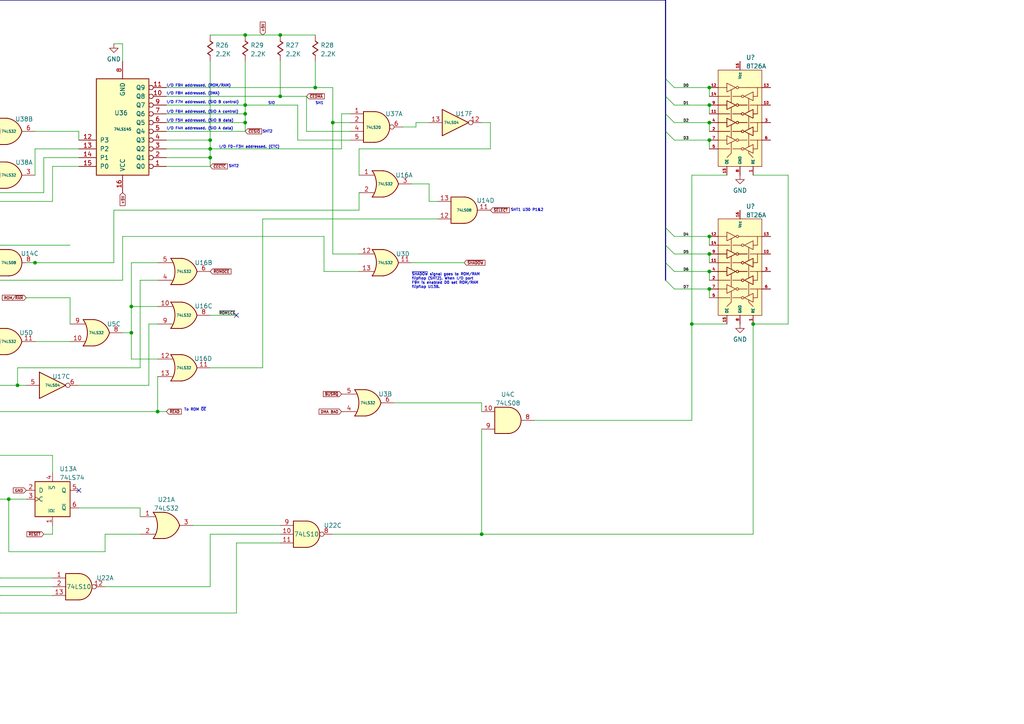
<source format=kicad_sch>
(kicad_sch (version 20211123) (generator eeschema)
  (paper "A4")
  (junction (at 38.1 96.52))
  (junction (at 60.96 45.72))
  (junction (at 205.74 78.74))
  (junction (at -50.8 0))
  (junction (at 10.16 76.2))
  (junction (at 71.12 10.16))
  (junction (at 200.66 93.98))
  (junction (at 205.74 30.48))
  (junction (at 71.12 35.56))
  (junction (at -10.16 40.64))
  (junction (at 96.52 35.56))
  (junction (at 71.12 33.02))
  (junction (at 91.44 25.4))
  (junction (at 2.54 144.78))
  (junction (at -27.94 78.74))
  (junction (at 60.96 40.64))
  (junction (at -5.08 81.28))
  (junction (at 139.7 154.94))
  (junction (at 60.96 43.18))
  (junction (at 38.1 88.9))
  (junction (at 205.74 35.56))
  (junction (at 205.74 25.4))
  (junction (at 81.28 10.16))
  (junction (at 205.74 68.58))
  (junction (at 45.72 119.38))
  (junction (at -5.08 71.12))
  (junction (at 205.74 73.66))
  (junction (at 81.28 27.94))
  (junction (at 205.74 83.82))
  (junction (at 205.74 40.64))
  (junction (at 5.08 111.76))
  (junction (at 71.12 30.48))
  (junction (at 218.44 93.98))
  (no_connect (at 22.86 142.24))
  (no_connect (at 68.58 91.44))
  (bus_entry (at -68.58 71.12) (size 2.54 -2.54))
  (bus_entry (at -68.58 58.42) (size 2.54 -2.54))
  (bus_entry (at 193.04 71.12) (size 2.54 2.54))
  (bus_entry (at 193.04 22.86) (size 2.54 2.54))
  (bus_entry (at 193.04 38.1) (size 2.54 2.54))
  (bus_entry (at -68.58 63.5) (size 2.54 -2.54))
  (bus_entry (at -66.04 30.48) (size -2.54 2.54))
  (bus_entry (at -66.04 33.02) (size -2.54 2.54))
  (bus_entry (at -68.58 101.6) (size 2.54 -2.54))
  (bus_entry (at -68.58 66.04) (size 2.54 -2.54))
  (bus_entry (at -68.58 104.14) (size 2.54 -2.54))
  (bus_entry (at -66.04 27.94) (size -2.54 2.54))
  (bus_entry (at -68.58 53.34) (size 2.54 -2.54))
  (bus_entry (at -68.58 86.36) (size 2.54 -2.54))
  (bus_entry (at 193.04 27.94) (size 2.54 2.54))
  (bus_entry (at -68.58 111.76) (size 2.54 -2.54))
  (bus_entry (at -66.04 43.18) (size -2.54 2.54))
  (bus_entry (at 193.04 81.28) (size 2.54 2.54))
  (bus_entry (at -68.58 76.2) (size 2.54 -2.54))
  (bus_entry (at -68.58 88.9) (size 2.54 -2.54))
  (bus_entry (at -68.58 73.66) (size 2.54 -2.54))
  (bus_entry (at -68.58 91.44) (size 2.54 -2.54))
  (bus_entry (at -68.58 68.58) (size 2.54 -2.54))
  (bus_entry (at -66.04 35.56) (size -2.54 2.54))
  (bus_entry (at -50.8 144.78) (size 2.54 2.54))
  (bus_entry (at -50.8 119.38) (size 2.54 2.54))
  (bus_entry (at -50.8 139.7) (size 2.54 2.54))
  (bus_entry (at -50.8 99.06) (size 2.54 2.54))
  (bus_entry (at -50.8 101.6) (size 2.54 2.54))
  (bus_entry (at -50.8 109.22) (size 2.54 2.54))
  (bus_entry (at -50.8 116.84) (size 2.54 2.54))
  (bus_entry (at -50.8 81.28) (size 2.54 2.54))
  (bus_entry (at -50.8 88.9) (size 2.54 2.54))
  (bus_entry (at -50.8 91.44) (size 2.54 2.54))
  (bus_entry (at -50.8 76.2) (size 2.54 2.54))
  (bus_entry (at -50.8 71.12) (size 2.54 2.54))
  (bus_entry (at -50.8 25.4) (size 2.54 2.54))
  (bus_entry (at -50.8 30.48) (size 2.54 2.54))
  (bus_entry (at -50.8 33.02) (size 2.54 2.54))
  (bus_entry (at -50.8 35.56) (size 2.54 2.54))
  (bus_entry (at -50.8 27.94) (size 2.54 2.54))
  (bus_entry (at -50.8 38.1) (size 2.54 2.54))
  (bus_entry (at -50.8 40.64) (size 2.54 2.54))
  (bus_entry (at -50.8 43.18) (size 2.54 2.54))
  (bus_entry (at -66.04 25.4) (size -2.54 2.54))
  (bus_entry (at -68.58 78.74) (size 2.54 -2.54))
  (bus_entry (at -68.58 109.22) (size 2.54 -2.54))
  (bus_entry (at -66.04 45.72) (size -2.54 2.54))
  (bus_entry (at -66.04 38.1) (size -2.54 2.54))
  (bus_entry (at -68.58 106.68) (size 2.54 -2.54))
  (bus_entry (at -68.58 114.3) (size 2.54 -2.54))
  (bus_entry (at -68.58 81.28) (size 2.54 -2.54))
  (bus_entry (at -68.58 99.06) (size 2.54 -2.54))
  (bus_entry (at -68.58 83.82) (size 2.54 -2.54))
  (bus_entry (at 193.04 33.02) (size 2.54 2.54))
  (bus_entry (at -68.58 55.88) (size 2.54 -2.54))
  (bus_entry (at -68.58 96.52) (size 2.54 -2.54))
  (bus_entry (at -68.58 60.96) (size 2.54 -2.54))
  (bus_entry (at 193.04 66.04) (size 2.54 2.54))
  (bus_entry (at -66.04 40.64) (size -2.54 2.54))
  (bus_entry (at 193.04 76.2) (size 2.54 2.54))
  (wire (pts (xy 205.74 30.48) (xy 205.74 33.02)))
  (wire (pts (xy 71.12 17.78) (xy 71.12 30.48)))
  (bus (pts (xy -66.04 58.42) (xy -66.04 60.96)))
  (wire (pts (xy 116.84 36.83) (xy 120.65 36.83)))
  (wire (pts (xy -7.62 101.6) (xy -7.62 104.14)))
  (wire (pts (xy -12.7 53.34) (xy -5.08 53.34)))
  (bus (pts (xy 193.04 66.04) (xy 193.04 71.12)))
  (wire (pts (xy -73.66 83.82) (xy -68.58 83.82)))
  (wire (pts (xy -33.02 73.66) (xy -33.02 68.58)))
  (wire (pts (xy 96.52 35.56) (xy 101.6 35.56)))
  (wire (pts (xy 38.1 88.9) (xy 45.72 88.9)))
  (wire (pts (xy 48.26 45.72) (xy 60.96 45.72)))
  (bus (pts (xy -66.04 60.96) (xy -66.04 63.5)))
  (wire (pts (xy 104.14 60.96) (xy 104.14 55.88)))
  (wire (pts (xy 48.26 48.26) (xy 60.96 48.26)))
  (wire (pts (xy 15.24 137.16) (xy 15.24 132.08)))
  (bus (pts (xy -66.04 86.36) (xy -66.04 88.9)))
  (wire (pts (xy 205.74 73.66) (xy 205.74 76.2)))
  (wire (pts (xy -73.66 91.44) (xy -68.58 91.44)))
  (bus (pts (xy -50.8 119.38) (xy -50.8 116.84)))
  (bus (pts (xy -50.8 38.1) (xy -50.8 35.56)))
  (bus (pts (xy -50.8 43.18) (xy -50.8 40.64)))
  (wire (pts (xy 195.58 68.58) (xy 205.74 68.58)))
  (wire (pts (xy -5.08 78.74) (xy -5.08 81.28)))
  (bus (pts (xy -50.8 101.6) (xy -50.8 99.06)))
  (wire (pts (xy -10.16 48.26) (xy -5.08 48.26)))
  (wire (pts (xy -35.56 35.56) (xy -30.48 35.56)))
  (bus (pts (xy -50.8 139.7) (xy -50.8 119.38)))
  (wire (pts (xy -48.26 119.38) (xy -27.94 119.38)))
  (wire (pts (xy 195.58 40.64) (xy 205.74 40.64)))
  (bus (pts (xy -66.04 66.04) (xy -66.04 68.58)))
  (wire (pts (xy -48.26 93.98) (xy -27.94 93.98)))
  (wire (pts (xy 12.7 45.72) (xy 22.86 45.72)))
  (wire (pts (xy -73.66 68.58) (xy -68.58 68.58)))
  (wire (pts (xy -12.7 81.28) (xy -5.08 81.28)))
  (wire (pts (xy 45.72 119.38) (xy 45.72 109.22)))
  (wire (pts (xy -68.58 38.1) (xy -83.82 38.1)))
  (wire (pts (xy 81.28 27.94) (xy 88.9 27.94)))
  (bus (pts (xy -66.04 106.68) (xy -66.04 109.22)))
  (wire (pts (xy -73.66 96.52) (xy -68.58 96.52)))
  (wire (pts (xy 40.64 81.28) (xy 40.64 106.68)))
  (wire (pts (xy 38.1 96.52) (xy 38.1 104.14)))
  (wire (pts (xy -68.58 33.02) (xy -83.82 33.02)))
  (wire (pts (xy 91.44 25.4) (xy 91.44 17.78)))
  (wire (pts (xy 10.16 99.06) (xy 20.32 99.06)))
  (wire (pts (xy 127 58.42) (xy 124.46 58.42)))
  (wire (pts (xy 195.58 30.48) (xy 205.74 30.48)))
  (bus (pts (xy -50.8 91.44) (xy -50.8 88.9)))
  (wire (pts (xy 96.52 154.94) (xy 139.7 154.94)))
  (wire (pts (xy -48.26 35.56) (xy -38.1 35.56)))
  (wire (pts (xy 12.7 154.94) (xy 15.24 154.94)))
  (bus (pts (xy -50.8 25.4) (xy -50.8 0)))
  (wire (pts (xy -12.7 71.12) (xy -5.08 71.12)))
  (bus (pts (xy -50.8 27.94) (xy -50.8 25.4)))
  (wire (pts (xy 40.64 81.28) (xy 45.72 81.28)))
  (wire (pts (xy 48.26 38.1) (xy 71.12 38.1)))
  (wire (pts (xy 139.7 154.94) (xy 139.7 124.46)))
  (wire (pts (xy 33.02 76.2) (xy 33.02 60.96)))
  (wire (pts (xy 7.62 86.36) (xy 20.32 86.36)))
  (wire (pts (xy -73.66 111.76) (xy -68.58 111.76)))
  (wire (pts (xy -12.7 93.98) (xy -7.62 93.98)))
  (wire (pts (xy 10.16 76.2) (xy 33.02 76.2)))
  (bus (pts (xy -66.04 63.5) (xy -66.04 66.04)))
  (wire (pts (xy 93.98 78.74) (xy 104.14 78.74)))
  (wire (pts (xy 101.6 40.64) (xy 86.36 40.64)))
  (wire (pts (xy 200.66 121.92) (xy 200.66 93.98)))
  (wire (pts (xy 139.7 35.56) (xy 142.24 35.56)))
  (bus (pts (xy -66.04 33.02) (xy -66.04 30.48)))
  (bus (pts (xy -50.8 81.28) (xy -50.8 76.2)))
  (wire (pts (xy 218.44 93.98) (xy 218.44 154.94)))
  (wire (pts (xy 228.6 50.8) (xy 228.6 93.98)))
  (wire (pts (xy -73.66 88.9) (xy -68.58 88.9)))
  (wire (pts (xy 0 170.18) (xy 15.24 170.18)))
  (wire (pts (xy -68.58 27.94) (xy -83.82 27.94)))
  (wire (pts (xy -48.26 40.64) (xy -12.7 40.64)))
  (wire (pts (xy 71.12 30.48) (xy 71.12 33.02)))
  (wire (pts (xy 10.16 38.1) (xy 22.86 38.1)))
  (wire (pts (xy 86.36 40.64) (xy 86.36 30.48)))
  (wire (pts (xy -17.78 58.42) (xy 15.24 58.42)))
  (wire (pts (xy -48.26 83.82) (xy -27.94 83.82)))
  (wire (pts (xy 71.12 33.02) (xy 71.12 35.56)))
  (wire (pts (xy 48.26 35.56) (xy 71.12 35.56)))
  (bus (pts (xy 193.04 27.94) (xy 193.04 33.02)))
  (wire (pts (xy 35.56 12.7) (xy 35.56 17.78)))
  (bus (pts (xy -66.04 45.72) (xy -66.04 50.8)))
  (wire (pts (xy 88.9 38.1) (xy 88.9 27.94)))
  (wire (pts (xy -38.1 35.56) (xy -38.1 25.4)))
  (wire (pts (xy 68.58 157.48) (xy 68.58 177.8)))
  (bus (pts (xy -66.04 50.8) (xy -66.04 53.34)))
  (wire (pts (xy -48.26 147.32) (xy -27.94 147.32)))
  (wire (pts (xy 35.56 68.58) (xy 93.98 68.58)))
  (wire (pts (xy -7.62 104.14) (xy -12.7 104.14)))
  (wire (pts (xy 48.26 43.18) (xy 60.96 43.18)))
  (wire (pts (xy -48.26 45.72) (xy -17.78 45.72)))
  (bus (pts (xy -66.04 81.28) (xy -66.04 83.82)))
  (wire (pts (xy 0 167.64) (xy 15.24 167.64)))
  (bus (pts (xy -66.04 35.56) (xy -66.04 33.02)))
  (wire (pts (xy -73.66 114.3) (xy -68.58 114.3)))
  (wire (pts (xy -5.08 71.12) (xy -5.08 73.66)))
  (wire (pts (xy 2.54 160.02) (xy 30.48 160.02)))
  (wire (pts (xy 35.56 96.52) (xy 38.1 96.52)))
  (wire (pts (xy -5.08 101.6) (xy -7.62 101.6)))
  (wire (pts (xy 96.52 25.4) (xy 91.44 25.4)))
  (wire (pts (xy 218.44 50.8) (xy 228.6 50.8)))
  (wire (pts (xy -5.08 132.08) (xy 15.24 132.08)))
  (wire (pts (xy -27.94 93.98) (xy -27.94 96.52)))
  (wire (pts (xy -68.58 35.56) (xy -83.82 35.56)))
  (wire (pts (xy 195.58 83.82) (xy 205.74 83.82)))
  (wire (pts (xy 33.02 60.96) (xy 104.14 60.96)))
  (wire (pts (xy 71.12 10.16) (xy 81.28 10.16)))
  (wire (pts (xy -73.66 66.04) (xy -68.58 66.04)))
  (wire (pts (xy -27.94 119.38) (xy -27.94 116.84)))
  (wire (pts (xy -30.48 25.4) (xy -30.48 27.94)))
  (bus (pts (xy -50.8 33.02) (xy -50.8 30.48)))
  (bus (pts (xy -66.04 99.06) (xy -66.04 101.6)))
  (bus (pts (xy -50.8 88.9) (xy -50.8 81.28)))
  (wire (pts (xy -73.66 53.34) (xy -68.58 53.34)))
  (wire (pts (xy 104.14 43.18) (xy 104.14 50.8)))
  (wire (pts (xy 7.62 76.2) (xy 10.16 76.2)))
  (bus (pts (xy 193.04 22.86) (xy 193.04 27.94)))
  (wire (pts (xy -10.16 40.64) (xy -5.08 40.64)))
  (wire (pts (xy -68.58 45.72) (xy -83.82 45.72)))
  (wire (pts (xy -73.66 71.12) (xy -68.58 71.12)))
  (bus (pts (xy -66.04 53.34) (xy -66.04 55.88)))
  (wire (pts (xy 93.98 68.58) (xy 93.98 78.74)))
  (wire (pts (xy 5.08 111.76) (xy 5.08 106.68)))
  (wire (pts (xy -38.1 25.4) (xy -30.48 25.4)))
  (wire (pts (xy 60.96 43.18) (xy 99.06 43.18)))
  (wire (pts (xy 5.08 106.68) (xy 40.64 106.68)))
  (wire (pts (xy -15.24 43.18) (xy -15.24 55.88)))
  (bus (pts (xy -50.8 40.64) (xy -50.8 38.1)))
  (wire (pts (xy 38.1 76.2) (xy 45.72 76.2)))
  (wire (pts (xy 60.96 106.68) (xy 76.2 106.68)))
  (wire (pts (xy 5.08 111.76) (xy 7.62 111.76)))
  (bus (pts (xy -50.8 35.56) (xy -50.8 33.02)))
  (wire (pts (xy 76.2 63.5) (xy 127 63.5)))
  (wire (pts (xy -5.08 81.28) (xy 35.56 81.28)))
  (wire (pts (xy 139.7 116.84) (xy 139.7 119.38)))
  (wire (pts (xy 10.16 43.18) (xy 22.86 43.18)))
  (bus (pts (xy -66.04 76.2) (xy -66.04 78.74)))
  (wire (pts (xy -116.84 129.54) (xy -116.84 127)))
  (wire (pts (xy 195.58 78.74) (xy 205.74 78.74)))
  (wire (pts (xy -73.66 86.36) (xy -68.58 86.36)))
  (bus (pts (xy -50.8 76.2) (xy -50.8 71.12)))
  (bus (pts (xy -66.04 40.64) (xy -66.04 43.18)))
  (wire (pts (xy -73.66 60.96) (xy -68.58 60.96)))
  (wire (pts (xy 96.52 73.66) (xy 104.14 73.66)))
  (bus (pts (xy -66.04 101.6) (xy -66.04 104.14)))
  (wire (pts (xy 45.72 119.38) (xy 48.26 119.38)))
  (wire (pts (xy 119.38 76.2) (xy 134.62 76.2)))
  (wire (pts (xy 48.26 27.94) (xy 81.28 27.94)))
  (wire (pts (xy -48.26 142.24) (xy -27.94 142.24)))
  (wire (pts (xy -48.26 101.6) (xy -27.94 101.6)))
  (wire (pts (xy 81.28 10.16) (xy 91.44 10.16)))
  (wire (pts (xy -15.24 31.75) (xy -10.16 31.75)))
  (wire (pts (xy -116.84 104.14) (xy -116.84 106.68)))
  (wire (pts (xy 195.58 73.66) (xy 205.74 73.66)))
  (wire (pts (xy 200.66 50.8) (xy 200.66 93.98)))
  (wire (pts (xy -10.16 31.75) (xy -10.16 40.64)))
  (wire (pts (xy -15.24 55.88) (xy 12.7 55.88)))
  (wire (pts (xy 48.26 33.02) (xy 71.12 33.02)))
  (wire (pts (xy 22.86 38.1) (xy 22.86 40.64)))
  (wire (pts (xy 205.74 25.4) (xy 205.74 27.94)))
  (bus (pts (xy -50.8 30.48) (xy -50.8 27.94)))
  (wire (pts (xy 205.74 35.56) (xy 205.74 38.1)))
  (wire (pts (xy 2.54 144.78) (xy 2.54 160.02)))
  (bus (pts (xy -50.8 99.06) (xy -50.8 91.44)))
  (wire (pts (xy -73.66 63.5) (xy -68.58 63.5)))
  (wire (pts (xy 114.3 116.84) (xy 139.7 116.84)))
  (wire (pts (xy 96.52 25.4) (xy 96.52 35.56)))
  (wire (pts (xy 60.96 170.18) (xy 60.96 154.94)))
  (wire (pts (xy 124.46 58.42) (xy 124.46 53.34)))
  (wire (pts (xy 60.96 17.78) (xy 60.96 40.64)))
  (wire (pts (xy -73.66 78.74) (xy -68.58 78.74)))
  (wire (pts (xy -48.26 73.66) (xy -33.02 73.66)))
  (wire (pts (xy 43.18 93.98) (xy 45.72 93.98)))
  (bus (pts (xy 193.04 38.1) (xy 193.04 66.04)))
  (wire (pts (xy 22.86 111.76) (xy 43.18 111.76)))
  (wire (pts (xy 195.58 35.56) (xy 205.74 35.56)))
  (wire (pts (xy -33.02 27.94) (xy -33.02 30.48)))
  (wire (pts (xy -33.02 68.58) (xy -27.94 68.58)))
  (wire (pts (xy -48.26 104.14) (xy -27.94 104.14)))
  (wire (pts (xy -27.94 104.14) (xy -27.94 106.68)))
  (wire (pts (xy -73.66 99.06) (xy -68.58 99.06)))
  (wire (pts (xy 101.6 38.1) (xy 88.9 38.1)))
  (bus (pts (xy -66.04 93.98) (xy -66.04 96.52)))
  (wire (pts (xy -10.16 40.64) (xy -10.16 48.26)))
  (bus (pts (xy 193.04 71.12) (xy 193.04 76.2)))
  (wire (pts (xy -48.26 38.1) (xy -5.08 38.1)))
  (bus (pts (xy -66.04 0) (xy -50.8 0)))
  (bus (pts (xy -66.04 55.88) (xy -66.04 58.42)))
  (wire (pts (xy 101.6 33.02) (xy 99.06 33.02)))
  (bus (pts (xy -66.04 78.74) (xy -66.04 81.28)))
  (wire (pts (xy -73.66 73.66) (xy -68.58 73.66)))
  (wire (pts (xy 86.36 30.48) (xy 71.12 30.48)))
  (wire (pts (xy 99.06 33.02) (xy 99.06 43.18)))
  (wire (pts (xy -73.66 101.6) (xy -68.58 101.6)))
  (wire (pts (xy 205.74 78.74) (xy 205.74 81.28)))
  (wire (pts (xy -17.78 45.72) (xy -17.78 58.42)))
  (bus (pts (xy 193.04 76.2) (xy 193.04 81.28)))
  (wire (pts (xy -68.58 40.64) (xy -83.82 40.64)))
  (bus (pts (xy -66.04 38.1) (xy -66.04 40.64)))
  (bus (pts (xy -66.04 25.4) (xy -66.04 0)))
  (bus (pts (xy -50.8 144.78) (xy -50.8 139.7)))
  (bus (pts (xy -66.04 73.66) (xy -66.04 76.2)))
  (wire (pts (xy 60.96 154.94) (xy 81.28 154.94)))
  (wire (pts (xy 96.52 35.56) (xy 96.52 73.66)))
  (wire (pts (xy -5.08 35.56) (xy -5.08 38.1)))
  (wire (pts (xy 60.96 10.16) (xy 71.12 10.16)))
  (wire (pts (xy 15.24 48.26) (xy 22.86 48.26)))
  (wire (pts (xy -73.66 109.22) (xy -68.58 109.22)))
  (wire (pts (xy -12.7 144.78) (xy 2.54 144.78)))
  (wire (pts (xy -48.26 78.74) (xy -27.94 78.74)))
  (wire (pts (xy 71.12 35.56) (xy 71.12 38.1)))
  (wire (pts (xy 120.65 35.56) (xy 124.46 35.56)))
  (wire (pts (xy 119.38 53.34) (xy 124.46 53.34)))
  (bus (pts (xy -50.8 71.12) (xy -50.8 43.18)))
  (wire (pts (xy 20.32 93.98) (xy 20.32 86.36)))
  (bus (pts (xy -66.04 83.82) (xy -66.04 86.36)))
  (bus (pts (xy -66.04 30.48) (xy -66.04 27.94)))
  (wire (pts (xy 139.7 154.94) (xy 218.44 154.94)))
  (wire (pts (xy 81.28 157.48) (xy 68.58 157.48)))
  (wire (pts (xy -7.62 93.98) (xy -7.62 96.52)))
  (wire (pts (xy 60.96 40.64) (xy 60.96 43.18)))
  (wire (pts (xy -68.58 43.18) (xy -83.82 43.18)))
  (wire (pts (xy -73.66 55.88) (xy -68.58 55.88)))
  (wire (pts (xy -48.26 30.48) (xy -35.56 30.48)))
  (wire (pts (xy 40.64 147.32) (xy 40.64 149.86)))
  (wire (pts (xy -68.58 30.48) (xy -83.82 30.48)))
  (wire (pts (xy 104.14 43.18) (xy 142.24 43.18)))
  (wire (pts (xy 0 177.8) (xy 68.58 177.8)))
  (wire (pts (xy 48.26 30.48) (xy 71.12 30.48)))
  (wire (pts (xy 15.24 58.42) (xy 15.24 48.26)))
  (wire (pts (xy 35.56 81.28) (xy 35.56 68.58)))
  (wire (pts (xy -12.7 40.64) (xy -12.7 53.34)))
  (wire (pts (xy 205.74 83.82) (xy 205.74 86.36)))
  (wire (pts (xy -5.08 71.12) (xy 20.32 71.12)))
  (wire (pts (xy 205.74 68.58) (xy 205.74 71.12)))
  (wire (pts (xy -48.26 43.18) (xy -15.24 43.18)))
  (bus (pts (xy -66.04 71.12) (xy -66.04 73.66)))
  (wire (pts (xy 76.2 106.68) (xy 76.2 63.5)))
  (wire (pts (xy -48.26 27.94) (xy -33.02 27.94)))
  (wire (pts (xy 22.86 147.32) (xy 40.64 147.32)))
  (wire (pts (xy 81.28 17.78) (xy 81.28 27.94)))
  (bus (pts (xy -66.04 38.1) (xy -66.04 35.56)))
  (wire (pts (xy 40.64 154.94) (xy 30.48 154.94)))
  (wire (pts (xy -27.94 73.66) (xy -27.94 78.74)))
  (bus (pts (xy 193.04 0) (xy 193.04 22.86)))
  (bus (pts (xy -66.04 96.52) (xy -66.04 99.06)))
  (wire (pts (xy -12.7 119.38) (xy 45.72 119.38)))
  (wire (pts (xy -48.26 111.76) (xy 5.08 111.76)))
  (wire (pts (xy 154.94 121.92) (xy 200.66 121.92)))
  (wire (pts (xy -48.26 91.44) (xy -27.94 91.44)))
  (bus (pts (xy -66.04 88.9) (xy -66.04 93.98)))
  (wire (pts (xy -7.62 96.52) (xy -5.08 96.52)))
  (wire (pts (xy -73.66 81.28) (xy -68.58 81.28)))
  (bus (pts (xy -66.04 45.72) (xy -66.04 43.18)))
  (wire (pts (xy -35.56 30.48) (xy -35.56 35.56)))
  (wire (pts (xy 38.1 88.9) (xy 38.1 76.2)))
  (wire (pts (xy -73.66 106.68) (xy -68.58 106.68)))
  (wire (pts (xy -73.66 58.42) (xy -68.58 58.42)))
  (wire (pts (xy 200.66 93.98) (xy 210.82 93.98)))
  (bus (pts (xy 193.04 33.02) (xy 193.04 38.1)))
  (wire (pts (xy 38.1 96.52) (xy 38.1 88.9)))
  (bus (pts (xy -66.04 27.94) (xy -66.04 25.4)))
  (wire (pts (xy 15.24 152.4) (xy 15.24 154.94)))
  (wire (pts (xy -73.66 104.14) (xy -68.58 104.14)))
  (wire (pts (xy 205.74 40.64) (xy 205.74 43.18)))
  (wire (pts (xy 120.65 36.83) (xy 120.65 35.56)))
  (wire (pts (xy -48.26 33.02) (xy -30.48 33.02)))
  (wire (pts (xy 48.26 40.64) (xy 60.96 40.64)))
  (bus (pts (xy -50.8 109.22) (xy -50.8 101.6)))
  (wire (pts (xy 60.96 45.72) (xy 60.96 48.26)))
  (wire (pts (xy 210.82 50.8) (xy 200.66 50.8)))
  (bus (pts (xy -66.04 104.14) (xy -66.04 106.68)))
  (wire (pts (xy 0 172.72) (xy 15.24 172.72)))
  (wire (pts (xy 33.02 12.7) (xy 35.56 12.7)))
  (bus (pts (xy -50.8 116.84) (xy -50.8 109.22)))
  (wire (pts (xy -33.02 30.48) (xy -30.48 30.48)))
  (wire (pts (xy 142.24 35.56) (xy 142.24 43.18)))
  (wire (pts (xy 38.1 104.14) (xy 45.72 104.14)))
  (bus (pts (xy -66.04 109.22) (xy -66.04 111.76)))
  (wire (pts (xy 60.96 43.18) (xy 60.96 45.72)))
  (wire (pts (xy 30.48 154.94) (xy 30.48 160.02)))
  (wire (pts (xy -48.26 121.92) (xy -27.94 121.92)))
  (wire (pts (xy 43.18 111.76) (xy 43.18 93.98)))
  (wire (pts (xy 60.96 91.44) (xy 68.58 91.44)))
  (wire (pts (xy -68.58 48.26) (xy -83.82 48.26)))
  (wire (pts (xy 48.26 25.4) (xy 91.44 25.4)))
  (bus (pts (xy -50.8 0) (xy 193.04 0)))
  (wire (pts (xy 55.88 152.4) (xy 81.28 152.4)))
  (wire (pts (xy 195.58 25.4) (xy 205.74 25.4)))
  (wire (pts (xy -73.66 76.2) (xy -68.58 76.2)))
  (wire (pts (xy 12.7 55.88) (xy 12.7 45.72)))
  (bus (pts (xy -66.04 68.58) (xy -66.04 71.12)))
  (wire (pts (xy 2.54 144.78) (xy 7.62 144.78)))
  (wire (pts (xy 30.48 170.18) (xy 60.96 170.18)))
  (wire (pts (xy 228.6 93.98) (xy 218.44 93.98)))
  (wire (pts (xy 10.16 50.8) (xy 10.16 43.18)))
  (text "SHT1 U30 P1&2" (at 148.082 61.468 0) (effects (font (size 0.762 0.762)) (justify left bottom)))
  (text "SIO" (at 77.724 30.48 0) (effects (font (size 0.762 0.762)) (justify left bottom)))
  (text "~{SHADOW} signal goes to ROM/RAM\nflipflop (SHT2). When I/O port\nF9H is enabled D0 set ROM/RAM\nflipflop U13B." (at 119.38 83.82 0) (effects (font (size 0.762 0.762)) (justify left bottom)))
  (text "I/O F0-F3H addressed. (CTC)" (at 63.5 43.18 0) (effects (font (size 0.762 0.762)) (justify left bottom)))
  (text "I/O F5H addressed. (SIO B data)" (at 48.26 35.56 0) (effects (font (size 0.762 0.762)) (justify left bottom)))
  (text "I/O F7H addressed. (SIO B control)" (at 48.26 30.226 0) (effects (font (size 0.762 0.762)) (justify left bottom)))
  (text "SHT2" (at 76.073 38.735 0) (effects (font (size 0.762 0.762)) (justify left bottom)))
  (text "SH1" (at 91.44 30.48 0) (effects (font (size 0.762 0.762)) (justify left bottom)))
  (text "SHT1" (at -12.7 132.08 0) (effects (font (size 0.762 0.762)) (justify left bottom)))
  (text "I/O F4H addressed. (SIO A data)" (at 48.26 37.846 0) (effects (font (size 0.762 0.762)) (justify left bottom)))
  (text "I/O F8H addressed. (DMA)" (at 48.26 27.686 0) (effects (font (size 0.762 0.762)) (justify left bottom)))
  (text "To ROM ~{OE}" (at 53.34 119.38 0) (effects (font (size 0.762 0.762)) (justify left bottom)))
  (text "SHT2" (at 66.294 48.768 0) (effects (font (size 0.762 0.762)) (justify left bottom)))
  (text "I/O F6H addressed. (SIO A control)" (at 48.26 33.02 0) (effects (font (size 0.762 0.762)) (justify left bottom)))
  (text "I/O F9H addressed. (ROM/RAM)" (at 48.26 25.4 0) (effects (font (size 0.762 0.762)) (justify left bottom)))
  (text "~{READ}" (at -6.604 118.999 0) (effects (font (size 0.762 0.762)) (justify left bottom)))
  (label "A12" (at -45.72 104.14 0) (effects (font (size 0.762 0.762))))
  (label "D4" (at -71.12 106.68 0) (effects (font (size 0.762 0.762))))
  (label "D7" (at 198.12 83.82 0) (effects (font (size 0.762 0.762))))
  (label "A4" (at -71.12 63.5 0) (effects (font (size 0.762 0.762))))
  (label "~{RD}" (at -78.74 35.56 180) (effects (font (size 0.762 0.762))))
  (label "D6" (at -71.12 111.76 0) (effects (font (size 0.762 0.762))))
  (label "~{RD}" (at -45.72 73.66 0) (effects (font (size 0.762 0.762))))
  (label "D5" (at -71.12 109.22 0) (effects (font (size 0.762 0.762))))
  (label "D0" (at 198.12 25.4 0) (effects (font (size 0.762 0.762))))
  (label "A2" (at -45.72 40.64 0) (effects (font (size 0.762 0.762))))
  (label "A1" (at -71.12 55.88 0) (effects (font (size 0.762 0.762))))
  (label "A0" (at -45.72 45.72 0) (effects (font (size 0.762 0.762))))
  (label "A1" (at -45.72 43.18 0) (effects (font (size 0.762 0.762))))
  (label "A15" (at -45.72 91.44 0) (effects (font (size 0.762 0.762))))
  (label "A0" (at -71.12 53.34 0) (effects (font (size 0.762 0.762))))
  (label "~{IORQ}" (at -45.72 78.74 0) (effects (font (size 0.762 0.762))))
  (label "A15" (at -71.12 91.44 0) (effects (font (size 0.762 0.762))))
  (label "A5" (at -45.72 33.02 0) (effects (font (size 0.762 0.762))))
  (label "A4" (at -45.72 35.56 0) (effects (font (size 0.762 0.762))))
  (label "A8" (at -71.12 73.66 0) (effects (font (size 0.762 0.762))))
  (label "D7" (at -71.12 114.3 0) (effects (font (size 0.762 0.762))))
  (label "~{M1}" (at -45.72 142.24 0) (effects (font (size 0.762 0.762))))
  (label "~{MREQ}" (at -45.72 121.92 0) (effects (font (size 0.762 0.762))))
  (label "A12" (at -71.12 83.82 0) (effects (font (size 0.762 0.762))))
  (label "~{IORQ}" (at -78.74 33.02 180) (effects (font (size 0.762 0.762))))
  (label "~{RFSH}" (at -81.28 40.64 0) (effects (font (size 0.762 0.762))))
  (label "A13" (at -71.12 86.36 0) (effects (font (size 0.762 0.762))))
  (label "D4" (at 198.12 68.58 0) (effects (font (size 0.762 0.762))))
  (label "A7" (at -71.12 71.12 0) (effects (font (size 0.762 0.762))))
  (label "A11" (at -71.12 81.28 0) (effects (font (size 0.762 0.762))))
  (label "~{IORQ}" (at -45.72 147.32 0) (effects (font (size 0.762 0.762))))
  (label "D0" (at -71.12 96.52 0) (effects (font (size 0.762 0.762))))
  (label "~{M1}" (at -78.74 27.94 180) (effects (font (size 0.762 0.762))))
  (label "~{RD}" (at -45.72 119.38 0) (effects (font (size 0.762 0.762))))
  (label "A2" (at -71.12 58.42 0) (effects (font (size 0.762 0.762))))
  (label "A3" (at -71.12 60.96 0) (effects (font (size 0.762 0.762))))
  (label "~{MREQ}" (at -78.74 30.48 180) (effects (font (size 0.762 0.762))))
  (label "A7" (at -45.72 27.94 0) (effects (font (size 0.762 0.762))))
  (label "A14" (at -71.12 88.9 0) (effects (font (size 0.762 0.762))))
  (label "D2" (at -71.12 101.6 0) (effects (font (size 0.762 0.762))))
  (label "A13" (at -45.72 101.6 0) (effects (font (size 0.762 0.762))))
  (label "~{WR}" (at -78.74 38.1 180) (effects (font (size 0.762 0.762))))
  (label "A10" (at -71.12 78.74 0) (effects (font (size 0.762 0.762))))
  (label "~{BUSACK}" (at -78.74 45.72 180) (effects (font (size 0.762 0.762))))
  (label "D2" (at 198.12 35.56 0) (effects (font (size 0.762 0.762))))
  (label "A6" (at -45.72 30.48 0) (effects (font (size 0.762 0.762))))
  (label "A9" (at -71.12 76.2 0) (effects (font (size 0.762 0.762))))
  (label "A6" (at -71.12 68.58 0) (effects (font (size 0.762 0.762))))
  (label "D1" (at 198.12 30.48 0) (effects (font (size 0.762 0.762))))
  (label "D3" (at 198.12 40.64 0) (effects (font (size 0.762 0.762))))
  (label "D3" (at -71.12 104.14 0) (effects (font (size 0.762 0.762))))
  (label "~{ROM1CE}" (at 63.5 91.44 0) (effects (font (size 0.762 0.762))))
  (label "A5" (at -71.12 66.04 0) (effects (font (size 0.762 0.762))))
  (label "A14" (at -45.72 93.98 0) (effects (font (size 0.762 0.762))))
  (label "A11" (at -45.72 111.76 0) (effects (font (size 0.762 0.762))))
  (label "D5" (at 198.12 73.66 0) (effects (font (size 0.762 0.762))))
  (label "A3" (at -45.72 38.1 0) (effects (font (size 0.762 0.762))))
  (label "~{WR}" (at -45.72 83.82 0) (effects (font (size 0.762 0.762))))
  (label "D1" (at -71.12 99.06 0) (effects (font (size 0.762 0.762))))
  (label "D6" (at 198.12 78.74 0) (effects (font (size 0.762 0.762))))
  (label "~{RESET}" (at -78.74 43.18 180) (effects (font (size 0.762 0.762))))
  (label "CLK" (at -78.74 48.26 180) (effects (font (size 0.762 0.762))))
  (global_label "~{RESET}" (shape input) (at 12.7 154.94 180) (effects (font (size 0.762 0.762))) (property "Intersheet References" "${INTERSHEET_REFS}" (effects hide)))
  (global_label "+5V" (shape input) (at -162.56 104.14 90) (effects (font (size 0.762 0.762))) (property "Intersheet References" "${INTERSHEET_REFS}" (effects hide)))
  (global_label "~{READ}" (shape input) (at 0 167.64 180) (effects (font (size 0.762 0.762))) (property "Intersheet References" "${INTERSHEET_REFS}" (effects hide)))
  (global_label "D1" (shape input) (at -73.66 99.06 180) (effects (font (size 0.762 0.762))) (property "Intersheet References" "${INTERSHEET_REFS}" (effects hide)))
  (global_label "~{CESIO}" (shape input) (at 71.12 38.1 0) (effects (font (size 0.762 0.762))) (property "Intersheet References" "${INTERSHEET_REFS}" (effects hide)))
  (global_label "~{CEDMA}" (shape input) (at 88.9 27.94 0) (effects (font (size 0.762 0.762))) (property "Intersheet References" "${INTERSHEET_REFS}" (effects hide)))
  (global_label "~{SHADOW}" (shape input) (at 134.62 76.2 0) (effects (font (size 0.762 0.762))) (property "Intersheet References" "${INTERSHEET_REFS}" (effects hide)))
  (global_label "~{RESET}" (shape input) (at -83.82 43.18 180) (effects (font (size 0.762 0.762))) (property "Intersheet References" "${INTERSHEET_REFS}" (effects hide)))
  (global_label "A2" (shape input) (at -73.66 58.42 180) (effects (font (size 0.762 0.762))) (property "Intersheet References" "${INTERSHEET_REFS}" (effects hide)))
  (global_label "D5" (shape input) (at -73.66 109.22 180) (effects (font (size 0.762 0.762))) (property "Intersheet References" "${INTERSHEET_REFS}" (effects hide)))
  (global_label "~{BUSACK}" (shape input) (at -83.82 45.72 180) (effects (font (size 0.762 0.762))) (property "Intersheet References" "${INTERSHEET_REFS}" (effects hide)))
  (global_label "D2" (shape input) (at -73.66 101.6 180) (effects (font (size 0.762 0.762))) (property "Intersheet References" "${INTERSHEET_REFS}" (effects hide)))
  (global_label "A1" (shape input) (at -73.66 55.88 180) (effects (font (size 0.762 0.762))) (property "Intersheet References" "${INTERSHEET_REFS}" (effects hide)))
  (global_label "~{WR}" (shape input) (at -83.82 38.1 180) (effects (font (size 0.762 0.762))) (property "Intersheet References" "${INTERSHEET_REFS}" (effects hide)))
  (global_label "~{ROM0CE}" (shape input) (at 60.96 78.74 0) (effects (font (size 0.762 0.762))) (property "Intersheet References" "${INTERSHEET_REFS}" (effects hide)))
  (global_label "+5V" (shape input) (at 35.56 55.88 270) (effects (font (size 0.762 0.762))) (property "Intersheet References" "${INTERSHEET_REFS}" (effects hide)))
  (global_label "+5V" (shape input) (at -137.16 147.32 90) (effects (font (size 0.762 0.762))) (property "Intersheet References" "${INTERSHEET_REFS}" (effects hide)))
  (global_label "~{SELECT}" (shape input) (at 0 177.8 180) (effects (font (size 0.762 0.762))) (property "Intersheet References" "${INTERSHEET_REFS}" (effects hide)))
  (global_label "A11" (shape input) (at -73.66 81.28 180) (effects (font (size 0.762 0.762))) (property "Intersheet References" "${INTERSHEET_REFS}" (effects hide)))
  (global_label "+5V" (shape input) (at -139.7 104.14 90) (effects (font (size 0.762 0.762))) (property "Intersheet References" "${INTERSHEET_REFS}" (effects hide)))
  (global_label "+5V" (shape input) (at -162.56 66.04 90) (effects (font (size 0.762 0.762))) (property "Intersheet References" "${INTERSHEET_REFS}" (effects hide)))
  (global_label "D3" (shape input) (at -73.66 104.14 180) (effects (font (size 0.762 0.762))) (property "Intersheet References" "${INTERSHEET_REFS}" (effects hide)))
  (global_label "D6" (shape input) (at -73.66 111.76 180) (effects (font (size 0.762 0.762))) (property "Intersheet References" "${INTERSHEET_REFS}" (effects hide)))
  (global_label "D0" (shape input) (at -73.66 96.52 180) (effects (font (size 0.762 0.762))) (property "Intersheet References" "${INTERSHEET_REFS}" (effects hide)))
  (global_label "A14" (shape input) (at -73.66 88.9 180) (effects (font (size 0.762 0.762))) (property "Intersheet References" "${INTERSHEET_REFS}" (effects hide)))
  (global_label "~{RD}" (shape input) (at -83.82 35.56 180) (effects (font (size 0.762 0.762))) (property "Intersheet References" "${INTERSHEET_REFS}" (effects hide)))
  (global_label "~{RFSH}" (shape input) (at -83.82 40.64 180) (effects (font (size 0.762 0.762))) (property "Intersheet References" "${INTERSHEET_REFS}" (effects hide)))
  (global_label "~{IN}" (shape input) (at 0 172.72 180) (effects (font (size 0.762 0.762))) (property "Intersheet References" "${INTERSHEET_REFS}" (effects hide)))
  (global_label "GND" (shape input) (at 7.62 142.24 180) (effects (font (size 0.762 0.762))) (property "Intersheet References" "${INTERSHEET_REFS}" (effects hide)))
  (global_label "+5V" (shape input) (at 76.2 10.16 90) (effects (font (size 0.762 0.762))) (property "Intersheet References" "${INTERSHEET_REFS}" (effects hide)))
  (global_label "~{M1}" (shape input) (at -83.82 27.94 180) (effects (font (size 0.762 0.762))) (property "Intersheet References" "${INTERSHEET_REFS}" (effects hide)))
  (global_label "A9" (shape input) (at -73.66 76.2 180) (effects (font (size 0.762 0.762))) (property "Intersheet References" "${INTERSHEET_REFS}" (effects hide)))
  (global_label "A4" (shape input) (at -73.66 63.5 180) (effects (font (size 0.762 0.762))) (property "Intersheet References" "${INTERSHEET_REFS}" (effects hide)))
  (global_label "+5V" (shape input) (at -116.84 104.14 90) (effects (font (size 0.762 0.762))) (property "Intersheet References" "${INTERSHEET_REFS}" (effects hide)))
  (global_label "+5V" (shape input) (at -139.7 66.04 90) (effects (font (size 0.762 0.762))) (property "Intersheet References" "${INTERSHEET_REFS}" (effects hide)))
  (global_label "A8" (shape input) (at -73.66 73.66 180) (effects (font (size 0.762 0.762))) (property "Intersheet References" "${INTERSHEET_REFS}" (effects hide)))
  (global_label "~{MREQ}" (shape input) (at -83.82 30.48 180) (effects (font (size 0.762 0.762))) (property "Intersheet References" "${INTERSHEET_REFS}" (effects hide)))
  (global_label "~{BUSRQ}" (shape input) (at 99.06 114.3 180) (effects (font (size 0.762 0.762))) (property "Intersheet References" "${INTERSHEET_REFS}" (effects hide)))
  (global_label "A3" (shape input) (at -73.66 60.96 180) (effects (font (size 0.762 0.762))) (property "Intersheet References" "${INTERSHEET_REFS}" (effects hide)))
  (global_label "+5V" (shape input) (at -162.56 147.32 90) (effects (font (size 0.762 0.762))) (property "Intersheet References" "${INTERSHEET_REFS}" (effects hide)))
  (global_label "A15" (shape input) (at -73.66 91.44 180) (effects (font (size 0.762 0.762))) (property "Intersheet References" "${INTERSHEET_REFS}" (effects hide)))
  (global_label "A5" (shape input) (at -73.66 66.04 180) (effects (font (size 0.762 0.762))) (property "Intersheet References" "${INTERSHEET_REFS}" (effects hide)))
  (global_label "D4" (shape input) (at -73.66 106.68 180) (effects (font (size 0.762 0.762))) (property "Intersheet References" "${INTERSHEET_REFS}" (effects hide)))
  (global_label "A6" (shape input) (at -73.66 68.58 180) (effects (font (size 0.762 0.762))) (property "Intersheet References" "${INTERSHEET_REFS}" (effects hide)))
  (global_label "A7" (shape input) (at -73.66 71.12 180) (effects (font (size 0.762 0.762))) (property "Intersheet References" "${INTERSHEET_REFS}" (effects hide)))
  (global_label "~{READ}" (shape input) (at 48.26 119.38 0) (effects (font (size 0.762 0.762))) (property "Intersheet References" "${INTERSHEET_REFS}" (effects hide)))
  (global_label "A13" (shape input) (at -73.66 86.36 180) (effects (font (size 0.762 0.762))) (property "Intersheet References" "${INTERSHEET_REFS}" (effects hide)))
  (global_label "+5V" (shape input) (at -116.84 66.04 90) (effects (font (size 0.762 0.762))) (property "Intersheet References" "${INTERSHEET_REFS}" (effects hide)))
  (global_label "+5V" (shape input) (at -116.84 30.48 90) (effects (font (size 0.762 0.762))) (property "Intersheet References" "${INTERSHEET_REFS}" (effects hide)))
  (global_label "A10" (shape input) (at -73.66 78.74 180) (effects (font (size 0.762 0.762))) (property "Intersheet References" "${INTERSHEET_REFS}" (effects hide)))
  (global_label "~{INTAK}" (shape input) (at 0 170.18 180) (effects (font (size 0.762 0.762))) (property "Intersheet References" "${INTERSHEET_REFS}" (effects hide)))
  (global_label "~{IORQ}" (shape input) (at -83.82 33.02 180) (effects (font (size 0.762 0.762))) (property "Intersheet References" "${INTERSHEET_REFS}" (effects hide)))
  (global_label "A0" (shape input) (at -73.66 53.34 180) (effects (font (size 0.762 0.762))) (property "Intersheet References" "${INTERSHEET_REFS}" (effects hide)))
  (global_label "~{INTRQL}" (shape input) (at -5.08 132.08 180) (effects (font (size 0.762 0.762))) (property "Intersheet References" "${INTERSHEET_REFS}" (effects hide)))
  (global_label "A12" (shape input) (at -73.66 83.82 180) (effects (font (size 0.762 0.762))) (property "Intersheet References" "${INTERSHEET_REFS}" (effects hide)))
  (global_label "D7" (shape input) (at -73.66 114.3 180) (effects (font (size 0.762 0.762))) (property "Intersheet References" "${INTERSHEET_REFS}" (effects hide)))
  (global_label "+5V" (shape input) (at -116.84 147.32 90) (effects (font (size 0.762 0.762))) (property "Intersheet References" "${INTERSHEET_REFS}" (effects hide)))
  (global_label "DMA BAO" (shape input) (at 99.06 119.38 180) (effects (font (size 0.762 0.762))) (property "Intersheet References" "${INTERSHEET_REFS}" (effects hide)))
  (global_label "~{SELECT}" (shape input) (at 142.24 60.96 0) (effects (font (size 0.762 0.762))) (property "Intersheet References" "${INTERSHEET_REFS}" (effects hide)))
  (global_label "~{CLK}" (shape input) (at -83.82 48.26 180) (effects (font (size 0.762 0.762))) (property "Intersheet References" "${INTERSHEET_REFS}" (effects hide)))
  (global_label "ROM{slash}~{RAM}" (shape input) (at 7.62 86.36 180) (effects (font (size 0.762 0.762))) (property "Intersheet References" "${INTERSHEET_REFS}" (effects hide)))
  (global_label "~{CECTC}" (shape input) (at 60.96 48.26 0) (effects (font (size 0.762 0.762))) (property "Intersheet References" "${INTERSHEET_REFS}" (effects hide)))
  (global_label "+5V" (shape input) (at -162.56 30.48 90) (effects (font (size 0.762 0.762))) (property "Intersheet References" "${INTERSHEET_REFS}" (effects hide)))
  (global_label "+5V" (shape input) (at -139.7 30.48 90) (effects (font (size 0.762 0.762))) (property "Intersheet References" "${INTERSHEET_REFS}" (effects hide)))
  (symbol (lib_id "74xx:74LS32") (at -20.32 71.12 0) (mirror x) (unit 2)
    (property "Reference" "U5" (at -15.24 68.58 0))
    (property "Value" "74LS32" (at -20.32 71.12 0) (effects (font (size 0.762 0.762))))
    (property "Datasheet" "http://www.ti.com/lit/gpn/sn74LS32" (effects hide))
  )
  (symbol (lib_id "power:GND") (at -116.84 172.72 0) (unit 1)
    (property "Reference" "#PWR?" (effects hide))
    (property "Value" "GND" (at -116.84 177.1634 0))
  )
  (symbol (lib_id "power:GND") (at -137.16 172.72 0) (unit 1)
    (property "Reference" "#PWR?" (effects hide))
    (property "Value" "GND" (at -137.16 177.1634 0))
  )
  (symbol (lib_id "74xx:74LS32") (at -162.56 78.74 0) (unit 5)
    (property "Reference" "U3" (at -164.719 77.851 0) (effects (justify left)))
    (property "Value" "74LS32" (at -164.719 80.391 0) (effects (font (size 0.762 0.762)) (justify left)))
    (property "Datasheet" "http://www.ti.com/lit/gpn/sn74LS32" (effects hide))
  )
  (symbol (lib_id "74xx:74LS32") (at -162.56 160.02 0) (unit 5)
    (property "Reference" "U21" (at -156.718 159.1853 0) (effects (justify left)))
    (property "Value" "74LS32" (at -156.718 161.7222 0) (effects (justify left)))
    (property "Datasheet" "http://www.ti.com/lit/gpn/sn74LS32" (effects hide))
  )
  (symbol (lib_id "power:GND") (at -139.7 55.88 0) (unit 1)
    (property "Reference" "#PWR?" (effects hide))
    (property "Value" "GND" (at -139.7 60.3234 0))
  )
  (symbol (lib_id "power:GND") (at -116.84 91.44 0) (unit 1)
    (property "Reference" "#PWR?" (effects hide))
    (property "Value" "GND" (at -116.84 95.8834 0))
  )
  (symbol (lib_id "74xx:74LS32") (at 2.54 99.06 0) (unit 4)
    (property "Reference" "U5" (at 7.62 96.52 0))
    (property "Value" "74LS32" (at 2.54 99.06 0) (effects (font (size 0.762 0.762))))
    (property "Datasheet" "http://www.ti.com/lit/gpn/sn74LS32" (effects hide))
  )
  (symbol (lib_id "power:GND") (at -139.7 91.44 0) (unit 1)
    (property "Reference" "#PWR?" (effects hide))
    (property "Value" "GND" (at -139.7 95.8834 0))
  )
  (symbol (lib_id "TRS80parts:8T26A") (at 200.66 88.9 0) (unit 1)
    (property "Reference" "U?" (at 216.37 59.851 0) (effects (justify left)))
    (property "Value" "8T26A" (at 216.37 62.3879 0) (effects (justify left)))
  )
  (symbol (lib_id "74xx:74LS32") (at 27.94 96.52 0) (unit 3)
    (property "Reference" "U5" (at 33.02 93.98 0))
    (property "Value" "74LS32" (at 27.94 96.52 0) (effects (font (size 0.762 0.762))))
    (property "Datasheet" "http://www.ti.com/lit/gpn/sn74LS32" (effects hide))
  )
  (symbol (lib_id "74xx:74LS04") (at 132.08 35.56 0) (unit 6)
    (property "Reference" "U17" (at 134.62 33.02 0))
    (property "Value" "74LS04" (at 130.937 35.56 0) (effects (font (size 0.762 0.762))))
    (property "Datasheet" "http://www.ti.com/lit/gpn/sn74LS04" (effects hide))
  )
  (symbol (lib_id "74xx:74LS32") (at -20.32 119.38 0) (unit 3)
    (property "Reference" "U3" (at -15.24 116.84 0))
    (property "Value" "74LS32" (at -20.32 119.38 0) (effects (font (size 0.762 0.762))))
    (property "Datasheet" "http://www.ti.com/lit/gpn/sn74LS32" (effects hide))
  )
  (symbol (lib_id "74xx:74LS32") (at 111.76 53.34 0) (unit 1)
    (property "Reference" "U16" (at 117.221 50.8 0))
    (property "Value" "74LS32" (at 111.76 53.34 0) (effects (font (size 0.762 0.762))))
    (property "Datasheet" "http://www.ti.com/lit/gpn/sn74LS32" (effects hide))
  )
  (symbol (lib_id "74xx:74LS10") (at 22.86 170.18 0) (unit 1)
    (property "Reference" "U22" (at 30.48 167.64 0))
    (property "Value" "74LS10" (at 22.86 170.18 0))
    (property "Datasheet" "http://www.ti.com/lit/gpn/sn74LS10" (effects hide))
  )
  (symbol (lib_name "Resistor_2") (lib_id "ArfonSymbols:Resistor") (at 71.12 17.78 90) (unit 1)
    (property "Reference" "R29" (at 72.644 13.1353 90) (effects (justify right)))
    (property "Value" "2.2K" (at 72.644 15.6722 90) (effects (justify right)))
  )
  (symbol (lib_id "74xx:74LS32") (at 53.34 106.68 0) (unit 4)
    (property "Reference" "U16" (at 58.928 104.013 0))
    (property "Value" "74LS32" (at 53.34 106.68 0) (effects (font (size 0.762 0.762))))
    (property "Datasheet" "http://www.ti.com/lit/gpn/sn74LS32" (effects hide))
  )
  (symbol (lib_id "74xx:74LS10") (at 88.9 154.94 0) (unit 3)
    (property "Reference" "U22" (at 96.52 152.4 0))
    (property "Value" "74LS10" (at 88.9 154.94 0))
    (property "Datasheet" "http://www.ti.com/lit/gpn/sn74LS10" (effects hide))
  )
  (symbol (lib_id "74xx:74LS32") (at 48.26 152.4 0) (unit 1)
    (property "Reference" "U21" (at 48.26 144.8902 0))
    (property "Value" "74LS32" (at 48.26 147.4271 0))
    (property "Datasheet" "http://www.ti.com/lit/gpn/sn74LS32" (effects hide))
  )
  (symbol (lib_id "74xx:74LS32") (at 53.34 78.74 0) (mirror x) (unit 2)
    (property "Reference" "U16" (at 59.055 76.2 0))
    (property "Value" "74LS32" (at 53.34 78.74 0) (effects (font (size 0.762 0.762))))
    (property "Datasheet" "http://www.ti.com/lit/gpn/sn74LS32" (effects hide))
  )
  (symbol (lib_id "power:GND") (at -139.7 129.54 0) (unit 1)
    (property "Reference" "#PWR?" (effects hide))
    (property "Value" "GND" (at -139.7 133.9834 0))
  )
  (symbol (lib_id "74xx:74LS74") (at -116.84 116.84 0) (unit 3)
    (property "Reference" "U13" (at -110.998 116.0053 0) (effects (justify left)))
    (property "Value" "74LS74" (at -110.998 118.5422 0) (effects (justify left)))
    (property "Datasheet" "74xx/74hc_hct74.pdf" (effects hide))
  )
  (symbol (lib_id "power:GND") (at -116.84 55.88 0) (unit 1)
    (property "Reference" "#PWR?" (effects hide))
    (property "Value" "GND" (at -116.84 60.3234 0))
  )
  (symbol (lib_id "74xx:74LS145") (at 35.56 38.1 0) (mirror x) (unit 1)
    (property "Reference" "U36" (at 33.147 32.766 0) (effects (justify left)))
    (property "Value" "74LS145" (at 33.02 37.465 0) (effects (font (size 0.762 0.762)) (justify left)))
    (property "Datasheet" "http://www.ti.com/lit/gpn/sn74LS145" (effects hide))
  )
  (symbol (lib_id "74xx:74LS10") (at -137.16 160.02 0) (unit 4)
    (property "Reference" "U22" (at -131.318 159.1853 0) (effects (justify left)))
    (property "Value" "74LS10" (at -131.318 161.7222 0) (effects (justify left)))
    (property "Datasheet" "http://www.ti.com/lit/gpn/sn74LS10" (effects hide))
  )
  (symbol (lib_id "74xx:74LS32") (at 111.76 76.2 0) (unit 4)
    (property "Reference" "U3" (at 116.84 73.66 0))
    (property "Value" "74LS32" (at 111.76 76.2 0) (effects (font (size 0.762 0.762))))
    (property "Datasheet" "http://www.ti.com/lit/gpn/sn74LS32" (effects hide))
  )
  (symbol (lib_id "74xx:74LS32") (at -20.32 93.98 0) (unit 3)
    (property "Reference" "U38" (at -14.986 91.059 0))
    (property "Value" "74LS32" (at -20.32 93.98 0) (effects (font (size 0.762 0.762))))
    (property "Datasheet" "http://www.ti.com/lit/gpn/sn74LS32" (effects hide))
  )
  (symbol (lib_id "74xx:74LS32") (at 106.68 116.84 0) (mirror x) (unit 2)
    (property "Reference" "U3" (at 111.76 114.3 0))
    (property "Value" "74LS32" (at 106.68 116.84 0) (effects (font (size 0.762 0.762))))
    (property "Datasheet" "http://www.ti.com/lit/gpn/sn74LS32" (effects hide))
  )
  (symbol (lib_id "74xx:74LS32") (at 2.54 38.1 0) (unit 2)
    (property "Reference" "U38" (at 6.985 34.544 0))
    (property "Value" "74LS32" (at 2.54 38.1 0) (effects (font (size 0.762 0.762))))
    (property "Datasheet" "http://www.ti.com/lit/gpn/sn74LS32" (effects hide))
  )
  (symbol (lib_id "74xx:74LS04") (at 15.24 111.76 0) (unit 3)
    (property "Reference" "U17" (at 17.78 109.22 0))
    (property "Value" "74LS04" (at 15.24 111.76 0) (effects (font (size 0.762 0.762))))
    (property "Datasheet" "http://www.ti.com/lit/gpn/sn74LS04" (effects hide))
  )
  (symbol (lib_id "74xx:74LS74") (at 15.24 144.78 0) (unit 1)
    (property "Reference" "U13" (at 17.2594 136.0002 0) (effects (justify left)))
    (property "Value" "74LS74" (at 17.2594 138.5371 0) (effects (justify left)))
    (property "Datasheet" "74xx/74hc_hct74.pdf" (effects hide))
  )
  (symbol (lib_id "74xx:74LS20") (at -22.86 31.75 0) (mirror x) (unit 2)
    (property "Reference" "U37" (at -17.78 27.94 0))
    (property "Value" "74LS20" (at -22.86 30.48 0) (effects (font (size 0.762 0.762))))
    (property "Datasheet" "http://www.ti.com/lit/gpn/sn74LS20" (effects hide))
  )
  (symbol (lib_id "74xx:74LS32") (at -116.84 78.74 0) (unit 5)
    (property "Reference" "U16" (at -119.38 77.978 0) (effects (justify left)))
    (property "Value" "74LS32" (at -118.999 80.518 0) (effects (font (size 0.762 0.762)) (justify left)))
    (property "Datasheet" "http://www.ti.com/lit/gpn/sn74LS32" (effects hide))
  )
  (symbol (lib_id "ArfonSymbols:Resistor") (at 91.44 17.78 90) (unit 1)
    (property "Reference" "R28" (at 92.964 13.1353 90) (effects (justify right)))
    (property "Value" "2.2K" (at 92.964 15.6722 90) (effects (justify right)))
  )
  (symbol (lib_id "74xx:74LS32") (at -116.84 43.18 0) (unit 5)
    (property "Reference" "U5" (at -118.872 42.926 0) (effects (justify left)))
    (property "Value" "74LS32" (at -119.253 45.085 0) (effects (font (size 0.762 0.762)) (justify left)))
    (property "Datasheet" "http://www.ti.com/lit/gpn/sn74LS32" (effects hide))
  )
  (symbol (lib_id "74xx:74LS20") (at -162.56 43.18 0) (unit 3)
    (property "Reference" "U37" (at -165.354 42.672 0) (effects (justify left)))
    (property "Value" "74LS20" (at -164.973 44.704 0) (effects (font (size 0.762 0.762)) (justify left)))
    (property "Datasheet" "http://www.ti.com/lit/gpn/sn74LS20" (effects hide))
  )
  (symbol (lib_id "74xx:74LS08") (at -116.84 160.02 0) (unit 5)
    (property "Reference" "U4" (at -110.998 159.1853 0) (effects (justify left)))
    (property "Value" "74LS08" (at -110.998 161.7222 0) (effects (justify left)))
    (property "Datasheet" "http://www.ti.com/lit/gpn/sn74LS08" (effects hide))
  )
  (symbol (lib_id "74xx:74LS32") (at -139.7 43.18 0) (unit 5)
    (property "Reference" "U38" (at -142.367 42.672 0) (effects (justify left)))
    (property "Value" "74LS32" (at -141.986 44.577 0) (effects (font (size 0.762 0.762)) (justify left)))
    (property "Datasheet" "http://www.ti.com/lit/gpn/sn74LS32" (effects hide))
  )
  (symbol (lib_id "74xx:74LS32") (at -139.7 78.74 0) (unit 5)
    (property "Reference" "U21" (at -142.367 77.724 0) (effects (justify left)))
    (property "Value" "74LS32" (at -142.113 80.518 0) (effects (font (size 0.762 0.762)) (justify left)))
    (property "Datasheet" "http://www.ti.com/lit/gpn/sn74LS32" (effects hide))
  )
  (symbol (lib_id "74xx:74LS08") (at 2.54 76.2 0) (unit 3)
    (property "Reference" "U14" (at 8.636 73.533 0))
    (property "Value" "74LS08" (at 2.54 76.2 0) (effects (font (size 0.762 0.762))))
    (property "Datasheet" "http://www.ti.com/lit/gpn/sn74LS08" (effects hide))
  )
  (symbol (lib_id "74xx:74LS32") (at -20.32 104.14 0) (mirror x) (unit 4)
    (property "Reference" "U38" (at -14.859 101.346 0))
    (property "Value" "74LS32" (at -20.32 104.14 0) (effects (font (size 0.762 0.762))))
    (property "Datasheet" "http://www.ti.com/lit/gpn/sn74LS32" (effects hide))
  )
  (symbol (lib_id "74xx:74LS32") (at 53.34 91.44 0) (mirror x) (unit 3)
    (property "Reference" "U16" (at 59.055 88.773 0))
    (property "Value" "74LS32" (at 53.34 91.44 0) (effects (font (size 0.762 0.762))))
    (property "Datasheet" "http://www.ti.com/lit/gpn/sn74LS32" (effects hide))
  )
  (symbol (lib_id "power:GND") (at 214.63 50.8 0) (unit 1)
    (property "Reference" "#PWR?" (effects hide))
    (property "Value" "GND" (at 214.63 55.2434 0))
  )
  (symbol (lib_id "74xx:74LS32") (at -20.32 144.78 0) (unit 4)
    (property "Reference" "U21" (at -14.732 141.859 0))
    (property "Value" "74LS32" (at -20.32 144.78 0) (effects (font (size 0.762 0.762))))
    (property "Datasheet" "http://www.ti.com/lit/gpn/sn74LS32" (effects hide))
  )
  (symbol (lib_name "Resistor_1") (lib_id "ArfonSymbols:Resistor") (at 60.96 17.78 90) (unit 1)
    (property "Reference" "R26" (at 62.484 13.1353 90) (effects (justify right)))
    (property "Value" "2.2K" (at 62.484 15.6722 90) (effects (justify right)))
  )
  (symbol (lib_id "74xx:74LS08") (at 134.62 60.96 0) (mirror x) (unit 4)
    (property "Reference" "U14" (at 140.843 58.166 0))
    (property "Value" "74LS08" (at 134.62 60.96 0) (effects (font (size 0.762 0.762))))
    (property "Datasheet" "http://www.ti.com/lit/gpn/sn74LS08" (effects hide))
  )
  (symbol (lib_id "74xx:74LS20") (at 109.22 36.83 0) (unit 1)
    (property "Reference" "U37" (at 114.3 33.02 0))
    (property "Value" "74LS20" (at 108.331 36.957 0) (effects (font (size 0.762 0.762))))
    (property "Datasheet" "http://www.ti.com/lit/gpn/sn74LS20" (effects hide))
  )
  (symbol (lib_id "74xx:74LS08") (at 147.32 121.92 0) (mirror x) (unit 3)
    (property "Reference" "U4" (at 147.32 114.4102 0))
    (property "Value" "74LS08" (at 147.32 116.9471 0))
    (property "Datasheet" "http://www.ti.com/lit/gpn/sn74LS08" (effects hide))
  )
  (symbol (lib_id "power:GND") (at 214.63 93.98 0) (unit 1)
    (property "Reference" "#PWR?" (effects hide))
    (property "Value" "GND" (at 214.63 98.4234 0))
  )
  (symbol (lib_id "TRS80parts:8T26A") (at 200.66 45.72 0) (unit 1)
    (property "Reference" "U?" (at 216.37 16.671 0) (effects (justify left)))
    (property "Value" "8T26A" (at 216.37 19.2079 0) (effects (justify left)))
  )
  (symbol (lib_id "power:GND") (at -162.56 91.44 0) (unit 1)
    (property "Reference" "#PWR?" (effects hide))
    (property "Value" "GND" (at -162.56 95.8834 0))
  )
  (symbol (lib_id "74xx:74LS04") (at -162.56 116.84 0) (unit 7)
    (property "Reference" "U17" (at -165.227 116.078 0) (effects (justify left)))
    (property "Value" "74LS04" (at -164.719 119.126 0) (effects (font (size 0.762 0.762)) (justify left)))
    (property "Datasheet" "http://www.ti.com/lit/gpn/sn74LS04" (effects hide))
  )
  (symbol (lib_name "Resistor_3") (lib_id "ArfonSymbols:Resistor") (at 81.28 17.78 90) (unit 1)
    (property "Reference" "R27" (at 82.804 13.1353 90) (effects (justify right)))
    (property "Value" "2.2K" (at 82.804 15.6722 90) (effects (justify right)))
  )
  (symbol (lib_id "power:GND") (at 33.02 12.7 0) (unit 1)
    (property "Reference" "#PWR?" (effects hide))
    (property "Value" "GND" (at 33.02 17.1434 0))
  )
  (symbol (lib_id "power:GND") (at -162.56 129.54 0) (unit 1)
    (property "Reference" "#PWR?" (effects hide))
    (property "Value" "GND" (at -162.56 133.9834 0))
  )
  (symbol (lib_id "74xx:74LS08") (at -139.7 116.84 0) (unit 5)
    (property "Reference" "U14" (at -142.113 116.205 0) (effects (justify left)))
    (property "Value" "74LS08" (at -141.859 118.745 0) (effects (font (size 0.762 0.762)) (justify left)))
    (property "Datasheet" "http://www.ti.com/lit/gpn/sn74LS08" (effects hide))
  )
  (symbol (lib_id "power:GND") (at -162.56 55.88 0) (unit 1)
    (property "Reference" "#PWR?" (effects hide))
    (property "Value" "GND" (at -162.56 60.3234 0))
  )
  (symbol (lib_id "74xx:74LS32") (at -20.32 81.28 0) (mirror x) (unit 1)
    (property "Reference" "U5" (at -15.24 78.74 0))
    (property "Value" "74LS32" (at -20.32 81.28 0) (effects (font (size 0.762 0.762))))
    (property "Datasheet" "http://www.ti.com/lit/gpn/sn74LS32" (effects hide))
  )
  (symbol (lib_id "power:GND") (at -116.84 129.54 0) (unit 1)
    (property "Reference" "#PWR?" (effects hide))
    (property "Value" "GND" (at -116.84 133.9834 0))
  )
  (symbol (lib_id "74xx:74LS32") (at 2.54 50.8 0) (unit 1)
    (property "Reference" "U38" (at 6.985 47.117 0))
    (property "Value" "74LS32" (at 2.54 50.8 0) (effects (font (size 0.762 0.762))))
    (property "Datasheet" "http://www.ti.com/lit/gpn/sn74LS32" (effects hide))
  )
  (symbol (lib_id "power:GND") (at -162.56 172.72 0) (unit 1)
    (property "Reference" "#PWR?" (effects hide))
    (property "Value" "GND" (at -162.56 177.1634 0))
  )
)
</source>
